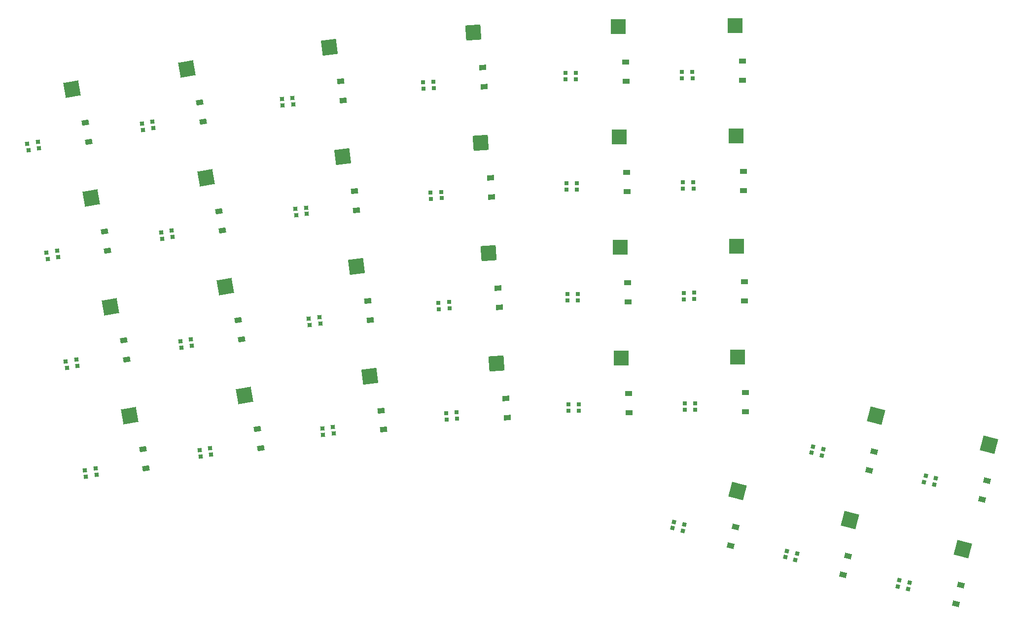
<source format=gbr>
%TF.GenerationSoftware,KiCad,Pcbnew,7.0.10-7.0.10~ubuntu22.04.1*%
%TF.CreationDate,2024-03-04T00:14:46-07:00*%
%TF.ProjectId,boardPcb,626f6172-6450-4636-922e-6b696361645f,v1.0.0*%
%TF.SameCoordinates,Original*%
%TF.FileFunction,Paste,Bot*%
%TF.FilePolarity,Positive*%
%FSLAX46Y46*%
G04 Gerber Fmt 4.6, Leading zero omitted, Abs format (unit mm)*
G04 Created by KiCad (PCBNEW 7.0.10-7.0.10~ubuntu22.04.1) date 2024-03-04 00:14:46*
%MOMM*%
%LPD*%
G01*
G04 APERTURE LIST*
G04 Aperture macros list*
%AMRotRect*
0 Rectangle, with rotation*
0 The origin of the aperture is its center*
0 $1 length*
0 $2 width*
0 $3 Rotation angle, in degrees counterclockwise*
0 Add horizontal line*
21,1,$1,$2,0,0,$3*%
G04 Aperture macros list end*
%ADD10RotRect,0.900000X1.200000X100.000000*%
%ADD11RotRect,0.700000X0.700000X345.500000*%
%ADD12RotRect,0.900000X1.200000X90.500000*%
%ADD13RotRect,2.600000X2.600000X10.000000*%
%ADD14RotRect,2.600000X2.600000X7.000000*%
%ADD15RotRect,0.700000X0.700000X10.000000*%
%ADD16RotRect,2.600000X2.600000X4.000000*%
%ADD17RotRect,0.900000X1.200000X94.000000*%
%ADD18RotRect,0.700000X0.700000X7.000000*%
%ADD19RotRect,0.700000X0.700000X0.500000*%
%ADD20RotRect,0.900000X1.200000X75.500000*%
%ADD21RotRect,0.700000X0.700000X4.000000*%
%ADD22RotRect,2.600000X2.600000X0.500000*%
%ADD23RotRect,2.600000X2.600000X345.500000*%
%ADD24RotRect,0.900000X1.200000X97.000000*%
G04 APERTURE END LIST*
D10*
%TO.C,D7*%
X156471072Y-141630773D03*
X155898034Y-138380907D03*
%TD*%
D11*
%TO.C,REF\u002A\u002A*%
X254882209Y-198281444D03*
X255157627Y-197216482D03*
X253385917Y-196758286D03*
X253110499Y-197823248D03*
%TD*%
D12*
%TO.C,D23*%
X245950122Y-134781480D03*
X245921324Y-131481606D03*
%TD*%
D13*
%TO.C,S7*%
X153632390Y-132586299D03*
%TD*%
D14*
%TO.C,S9*%
X181790526Y-166695591D03*
%TD*%
D13*
%TO.C,S2*%
X137235550Y-154770610D03*
%TD*%
D15*
%TO.C,REF\u002A\u002A*%
X131550200Y-164911930D03*
X131359187Y-163828642D03*
X129556988Y-164146418D03*
X129748001Y-165229706D03*
%TD*%
D16*
%TO.C,S14*%
X202168522Y-145561349D03*
%TD*%
D14*
%TO.C,S11*%
X177159491Y-128978837D03*
%TD*%
D17*
%TO.C,D15*%
X202720875Y-135899283D03*
X202490679Y-132607321D03*
%TD*%
D18*
%TO.C,REF\u002A\u002A*%
X170951176Y-138808711D03*
X170817120Y-137716910D03*
X169000760Y-137939931D03*
X169134816Y-139031732D03*
%TD*%
D15*
%TO.C,REF\u002A\u002A*%
X154545670Y-180150314D03*
X154354657Y-179067026D03*
X152552458Y-179384802D03*
X152743471Y-180468090D03*
%TD*%
D19*
%TO.C,REF\u002A\u002A*%
X217196916Y-115631667D03*
X217187317Y-114531709D03*
X215357386Y-114547679D03*
X215366985Y-115647637D03*
%TD*%
D17*
%TO.C,D16*%
X201395502Y-116945566D03*
X201165306Y-113653604D03*
%TD*%
D12*
%TO.C,D17*%
X226282492Y-172954564D03*
X226253694Y-169654690D03*
%TD*%
D10*
%TO.C,D5*%
X163069703Y-179053468D03*
X162496665Y-175803602D03*
%TD*%
D14*
%TO.C,S10*%
X179475008Y-147837214D03*
%TD*%
D19*
%TO.C,REF\u002A\u002A*%
X217528524Y-153630220D03*
X217518925Y-152530262D03*
X215688994Y-152546232D03*
X215698593Y-153646190D03*
%TD*%
D20*
%TO.C,D29*%
X286947432Y-187868380D03*
X287773686Y-184673492D03*
%TD*%
D15*
%TO.C,REF\u002A\u002A*%
X124951569Y-127489236D03*
X124760556Y-126405948D03*
X122958357Y-126723724D03*
X123149370Y-127807012D03*
%TD*%
D21*
%TO.C,REF\u002A\u002A*%
X192803512Y-117145399D03*
X192726780Y-116048079D03*
X190901238Y-116175733D03*
X190977970Y-117273053D03*
%TD*%
D22*
%TO.C,S17*%
X224975508Y-163565612D03*
%TD*%
%TO.C,S20*%
X224478096Y-106567783D03*
%TD*%
D10*
%TO.C,D6*%
X159770388Y-160342121D03*
X159197350Y-157092255D03*
%TD*%
D11*
%TO.C,REF\u002A\u002A*%
X259373083Y-180324008D03*
X259648501Y-179259046D03*
X257876791Y-178800850D03*
X257601373Y-179865812D03*
%TD*%
D15*
%TO.C,REF\u002A\u002A*%
X128250884Y-146200583D03*
X128059871Y-145117295D03*
X126257672Y-145435071D03*
X126448685Y-146518359D03*
%TD*%
D19*
%TO.C,REF\u002A\u002A*%
X217362720Y-134630943D03*
X217353121Y-133530985D03*
X215523190Y-133546955D03*
X215532789Y-134646913D03*
%TD*%
D23*
%TO.C,S29*%
X288115023Y-178461076D03*
%TD*%
D15*
%TO.C,REF\u002A\u002A*%
X151246355Y-161438967D03*
X151055342Y-160355679D03*
X149253143Y-160673455D03*
X149444156Y-161756743D03*
%TD*%
%TO.C,REF\u002A\u002A*%
X144647724Y-124016272D03*
X144456711Y-122932984D03*
X142654512Y-123250760D03*
X142845525Y-124334048D03*
%TD*%
D23*
%TO.C,S25*%
X244898243Y-186403312D03*
%TD*%
D16*
%TO.C,S13*%
X203493895Y-164515066D03*
%TD*%
D11*
%TO.C,REF\u002A\u002A*%
X235519256Y-193273844D03*
X235794674Y-192208882D03*
X234022964Y-191750686D03*
X233747546Y-192815648D03*
%TD*%
D10*
%TO.C,D1*%
X143373548Y-182526431D03*
X142800510Y-179276565D03*
%TD*%
D12*
%TO.C,D18*%
X226116688Y-153955287D03*
X226087890Y-150655413D03*
%TD*%
D13*
%TO.C,S4*%
X130636920Y-117347915D03*
%TD*%
D24*
%TO.C,D10*%
X181836449Y-157017858D03*
X181434281Y-153742456D03*
%TD*%
D22*
%TO.C,S18*%
X224809704Y-144566336D03*
%TD*%
D10*
%TO.C,D2*%
X140074233Y-163815084D03*
X139501195Y-160565218D03*
%TD*%
D15*
%TO.C,REF\u002A\u002A*%
X134849515Y-183623278D03*
X134658502Y-182539990D03*
X132856303Y-182857766D03*
X133047316Y-183941054D03*
%TD*%
D24*
%TO.C,D9*%
X184151967Y-175876235D03*
X183749799Y-172600833D03*
%TD*%
D20*
%TO.C,D26*%
X263093605Y-200818215D03*
X263919859Y-197623327D03*
%TD*%
D19*
%TO.C,REF\u002A\u002A*%
X237693567Y-172454965D03*
X237683968Y-171355007D03*
X235854037Y-171370977D03*
X235863636Y-172470935D03*
%TD*%
D23*
%TO.C,S27*%
X283624149Y-196418512D03*
%TD*%
D10*
%TO.C,D4*%
X133475602Y-126392390D03*
X132902564Y-123142524D03*
%TD*%
D13*
%TO.C,S3*%
X133936235Y-136059263D03*
%TD*%
D21*
%TO.C,REF\u002A\u002A*%
X194128885Y-136099116D03*
X194052153Y-135001796D03*
X192226611Y-135129450D03*
X192303343Y-136226770D03*
%TD*%
D15*
%TO.C,REF\u002A\u002A*%
X147947039Y-142727619D03*
X147756026Y-141644331D03*
X145953827Y-141962107D03*
X146144840Y-143045395D03*
%TD*%
D22*
%TO.C,S21*%
X244974747Y-163391081D03*
%TD*%
D18*
%TO.C,REF\u002A\u002A*%
X173266693Y-157667088D03*
X173132637Y-156575287D03*
X171316277Y-156798308D03*
X171450333Y-157890109D03*
%TD*%
D12*
%TO.C,D21*%
X246281730Y-172780033D03*
X246252932Y-169480159D03*
%TD*%
%TO.C,D20*%
X225785079Y-115956734D03*
X225756281Y-112656860D03*
%TD*%
D24*
%TO.C,D12*%
X177205414Y-119301104D03*
X176803246Y-116025702D03*
%TD*%
D18*
%TO.C,REF\u002A\u002A*%
X175582211Y-176525465D03*
X175448155Y-175433664D03*
X173631795Y-175656685D03*
X173765851Y-176748486D03*
%TD*%
D10*
%TO.C,D8*%
X153171757Y-122919426D03*
X152598719Y-119669560D03*
%TD*%
D22*
%TO.C,S23*%
X244643138Y-125392528D03*
%TD*%
D19*
%TO.C,REF\u002A\u002A*%
X237361958Y-134456412D03*
X237352359Y-133356454D03*
X235522428Y-133372424D03*
X235532027Y-134472382D03*
%TD*%
D18*
%TO.C,REF\u002A\u002A*%
X168635658Y-119950334D03*
X168501602Y-118858533D03*
X166685242Y-119081554D03*
X166819298Y-120173355D03*
%TD*%
D19*
%TO.C,REF\u002A\u002A*%
X217694328Y-172629496D03*
X217684729Y-171529538D03*
X215854798Y-171545508D03*
X215864397Y-172645466D03*
%TD*%
D16*
%TO.C,S16*%
X199517776Y-107653915D03*
%TD*%
D12*
%TO.C,D19*%
X225950883Y-134956011D03*
X225922085Y-131656137D03*
%TD*%
D22*
%TO.C,S19*%
X224643900Y-125567059D03*
%TD*%
D12*
%TO.C,D24*%
X245784318Y-115782203D03*
X245755520Y-112482329D03*
%TD*%
%TO.C,D22*%
X246115926Y-153780756D03*
X246087128Y-150480882D03*
%TD*%
D19*
%TO.C,REF\u002A\u002A*%
X237527762Y-153455689D03*
X237518163Y-152355731D03*
X235688232Y-152371701D03*
X235697831Y-153471659D03*
%TD*%
D14*
%TO.C,S12*%
X174843973Y-110120460D03*
%TD*%
D17*
%TO.C,D14*%
X204046248Y-154853000D03*
X203816052Y-151561038D03*
%TD*%
%TO.C,D13*%
X205371621Y-173806717D03*
X205141425Y-170514755D03*
%TD*%
D24*
%TO.C,D11*%
X179520932Y-138159481D03*
X179118764Y-134884079D03*
%TD*%
D13*
%TO.C,S6*%
X156931705Y-151297646D03*
%TD*%
D20*
%TO.C,D25*%
X243730652Y-195810615D03*
X244556906Y-192615727D03*
%TD*%
D11*
%TO.C,REF\u002A\u002A*%
X274245162Y-203289044D03*
X274520580Y-202224082D03*
X272748870Y-201765886D03*
X272473452Y-202830848D03*
%TD*%
D22*
%TO.C,S22*%
X244808943Y-144391805D03*
%TD*%
D13*
%TO.C,S5*%
X160231021Y-170008994D03*
%TD*%
D11*
%TO.C,REF\u002A\u002A*%
X278736036Y-185331608D03*
X279011454Y-184266646D03*
X277239744Y-183808450D03*
X276964326Y-184873412D03*
%TD*%
D20*
%TO.C,D27*%
X282456558Y-205825815D03*
X283282812Y-202630927D03*
%TD*%
D21*
%TO.C,REF\u002A\u002A*%
X196779631Y-174006550D03*
X196702899Y-172909230D03*
X194877357Y-173036884D03*
X194954089Y-174134204D03*
%TD*%
%TO.C,REF\u002A\u002A*%
X195454258Y-155052833D03*
X195377526Y-153955513D03*
X193551984Y-154083167D03*
X193628716Y-155180487D03*
%TD*%
D22*
%TO.C,S24*%
X244477334Y-106393252D03*
%TD*%
D19*
%TO.C,REF\u002A\u002A*%
X237196154Y-115457136D03*
X237186555Y-114357178D03*
X235356624Y-114373148D03*
X235366223Y-115473106D03*
%TD*%
D13*
%TO.C,S1*%
X140534866Y-173481957D03*
%TD*%
D23*
%TO.C,S26*%
X264261196Y-191410912D03*
%TD*%
D10*
%TO.C,D3*%
X136774917Y-145103737D03*
X136201879Y-141853871D03*
%TD*%
D16*
%TO.C,S15*%
X200843149Y-126607632D03*
%TD*%
D13*
%TO.C,S8*%
X150333075Y-113874952D03*
%TD*%
D20*
%TO.C,D28*%
X267584479Y-182860780D03*
X268410733Y-179665892D03*
%TD*%
D23*
%TO.C,S28*%
X268752070Y-173453476D03*
%TD*%
M02*

</source>
